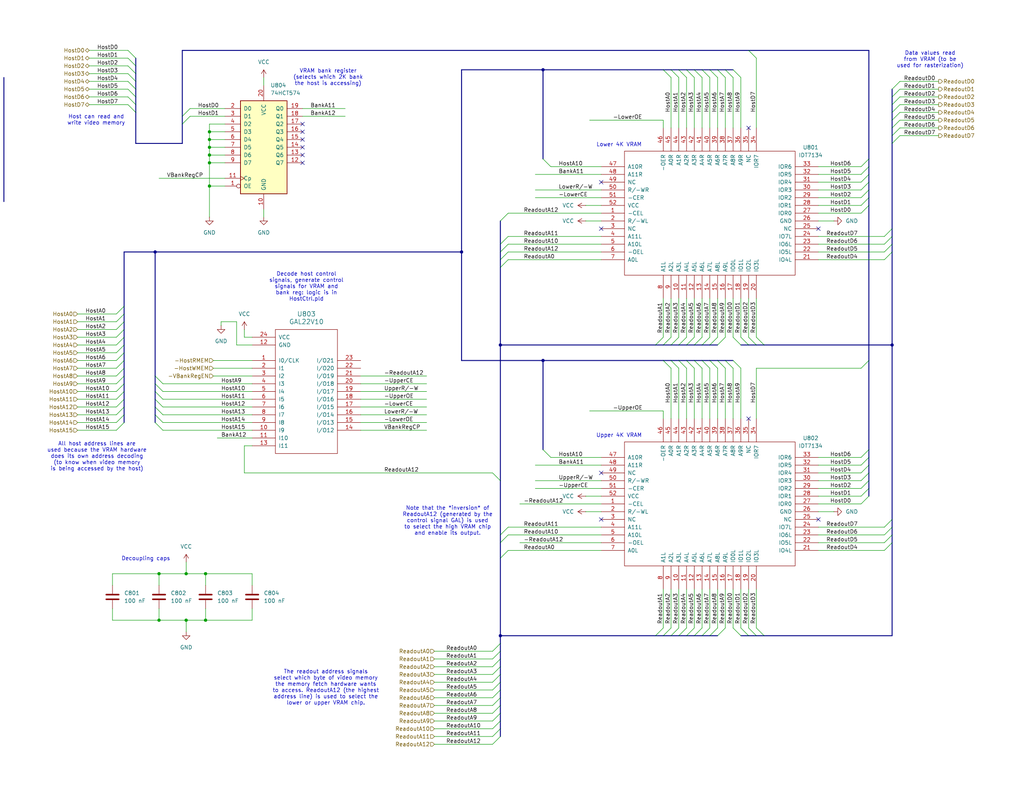
<source format=kicad_sch>
(kicad_sch (version 20231120) (generator "eeschema") (generator_version "8.0")
  (paper "User" 335.28 259.08)
  (title_block (title "VRAM") (company "daveho hacks"))
  (lib_symbols
    (symbol "74xx:74LS574" (pin_names (offset 1.016))
      (property "Reference" "U" (at -7.62 16.51 0))
      (property "Value" "74LS574" (at -7.62 -16.51 0))
      (symbol "74LS574_1_0"
        (pin input inverted (at -12.7 -12.7 0) (length 5.08) (name "OE") (number "1"))
        (pin power_in line (at 0 -20.32 90) (length 5.08) (name "GND") (number "10"))
        (pin input clock (at -12.7 -10.16 0) (length 5.08) (name "Cp") (number "11"))
        (pin tri_state line (at 12.7 -5.08 180) (length 5.08) (name "Q7") (number "12"))
        (pin tri_state line (at 12.7 -2.54 180) (length 5.08) (name "Q6") (number "13"))
        (pin tri_state line (at 12.7 0 180) (length 5.08) (name "Q5") (number "14"))
        (pin tri_state line (at 12.7 2.54 180) (length 5.08) (name "Q4") (number "15"))
        (pin tri_state line (at 12.7 5.08 180) (length 5.08) (name "Q3") (number "16"))
        (pin tri_state line (at 12.7 7.62 180) (length 5.08) (name "Q2") (number "17"))
        (pin tri_state line (at 12.7 10.16 180) (length 5.08) (name "Q1") (number "18"))
        (pin tri_state line (at 12.7 12.7 180) (length 5.08) (name "Q0") (number "19"))
        (pin input line (at -12.7 12.7 0) (length 5.08) (name "D0") (number "2"))
        (pin power_in line (at 0 20.32 270) (length 5.08) (name "VCC") (number "20"))
        (pin input line (at -12.7 10.16 0) (length 5.08) (name "D1") (number "3"))
        (pin input line (at -12.7 7.62 0) (length 5.08) (name "D2") (number "4"))
        (pin input line (at -12.7 5.08 0) (length 5.08) (name "D3") (number "5"))
        (pin input line (at -12.7 2.54 0) (length 5.08) (name "D4") (number "6"))
        (pin input line (at -12.7 0 0) (length 5.08) (name "D5") (number "7"))
        (pin input line (at -12.7 -2.54 0) (length 5.08) (name "D6") (number "8"))
        (pin input line (at -12.7 -5.08 0) (length 5.08) (name "D7") (number "9"))
      )
      (symbol "74LS574_1_1"
        (rectangle (start -7.62 15.24) (end 7.62 -15.24) (stroke (width 0.254)) (fill (type background)))
      )
    )
    (symbol "Device:C" (pin_numbers hide) (pin_names (offset 0.254))
      (property "Reference" "C" (at 0.635 2.54 0))
      (property "Value" "C" (at 0.635 -2.54 0))
      (symbol "C_0_1"
        (polyline (pts (xy -2.032 -0.762) (xy 2.032 -0.762)) (stroke (width 0.508)))
        (polyline (pts (xy -2.032 0.762) (xy 2.032 0.762)) (stroke (width 0.508)))
      )
      (symbol "C_1_1"
        (pin passive line (at 0 3.81 270) (length 2.794) (name "~") (number "1"))
        (pin passive line (at 0 -3.81 90) (length 2.794) (name "~") (number "2"))
      )
    )
    (symbol "GND_1" (power) (pin_numbers hide) (pin_names (offset 0) hide)
      (property "Value" "GND" (at 0 -3.81 0))
      (symbol "GND_1_0_1"
        (polyline (pts (xy 0 0) (xy 0 -1.27) (xy 1.27 -1.27) (xy 0 -2.54) (xy -1.27 -1.27) (xy 0 -1.27)))
      )
      (symbol "GND_1_1_1"
        (pin power_in line (at 0 0 270) (length 0) (name "~") (number "1"))
      )
    )
    (symbol "IDT7134:IDT7134" (pin_names (offset 1.016))
      (property "Reference" "U" (at 0 -2.54 0))
      (property "Value" "IDT7134" (at 0 2.54 0))
      (symbol "IDT7134_1_0"
        (rectangle (start -27.94 -20.32) (end 27.94 20.32))
      )
      (symbol "IDT7134_1_1"
        (pin input line (at -35.56 0 0) (length 7.62) (name "-CEL") (number "1"))
        (pin input line (at -10.16 -27.94 90) (length 7.62) (name "A3L") (number "10"))
        (pin input line (at -7.62 -27.94 90) (length 7.62) (name "A4L") (number "11"))
        (pin input line (at -5.08 -27.94 90) (length 7.62) (name "A5L") (number "12"))
        (pin input line (at -2.54 -27.94 90) (length 7.62) (name "A6L") (number "13"))
        (pin input line (at 0 -27.94 90) (length 7.62) (name "A7L") (number "14"))
        (pin input line (at 2.54 -27.94 90) (length 7.62) (name "A8L") (number "15"))
        (pin input line (at 5.08 -27.94 90) (length 7.62) (name "A9L") (number "16"))
        (pin bidirectional line (at 7.62 -27.94 90) (length 7.62) (name "IO0L") (number "17"))
        (pin bidirectional line (at 10.16 -27.94 90) (length 7.62) (name "IO1L") (number "18"))
        (pin bidirectional line (at 12.7 -27.94 90) (length 7.62) (name "IO2L") (number "19"))
        (pin input line (at -35.56 -2.54 0) (length 7.62) (name "R/-WL") (number "2"))
        (pin bidirectional line (at 15.24 -27.94 90) (length 7.62) (name "IO3L") (number "20"))
        (pin bidirectional line (at 35.56 -15.24 180) (length 7.62) (name "IO4L") (number "21"))
        (pin bidirectional line (at 35.56 -12.7 180) (length 7.62) (name "IO5L") (number "22"))
        (pin bidirectional line (at 35.56 -10.16 180) (length 7.62) (name "IO6L") (number "23"))
        (pin bidirectional line (at 35.56 -7.62 180) (length 7.62) (name "IO7L") (number "24"))
        (pin unspecified line (at 35.56 -5.08 180) (length 7.62) (name "NC") (number "25"))
        (pin power_in line (at 35.56 -2.54 180) (length 7.62) (name "GND") (number "26"))
        (pin bidirectional line (at 35.56 0 180) (length 7.62) (name "IOR0") (number "27"))
        (pin bidirectional line (at 35.56 2.54 180) (length 7.62) (name "IOR1") (number "28"))
        (pin bidirectional line (at 35.56 5.08 180) (length 7.62) (name "IOR2") (number "29"))
        (pin unspecified line (at -35.56 -5.08 0) (length 7.62) (name "NC") (number "3"))
        (pin bidirectional line (at 35.56 7.62 180) (length 7.62) (name "IOR3") (number "30"))
        (pin bidirectional line (at 35.56 10.16 180) (length 7.62) (name "IOR4") (number "31"))
        (pin bidirectional line (at 35.56 12.7 180) (length 7.62) (name "IOR5") (number "32"))
        (pin bidirectional line (at 35.56 15.24 180) (length 7.62) (name "IOR6") (number "33"))
        (pin bidirectional line (at 15.24 27.94 270) (length 7.62) (name "IOR7") (number "34"))
        (pin unspecified line (at 12.7 27.94 270) (length 7.62) (name "NC") (number "35"))
        (pin input line (at 10.16 27.94 270) (length 7.62) (name "A9R") (number "36"))
        (pin input line (at 7.62 27.94 270) (length 7.62) (name "A8R") (number "37"))
        (pin input line (at 5.08 27.94 270) (length 7.62) (name "A7R") (number "38"))
        (pin input line (at 2.54 27.94 270) (length 7.62) (name "A6R") (number "39"))
        (pin input line (at -35.56 -7.62 0) (length 7.62) (name "A11L") (number "4"))
        (pin input line (at 0 27.94 270) (length 7.62) (name "A5R") (number "40"))
        (pin input line (at -2.54 27.94 270) (length 7.62) (name "A4R") (number "41"))
        (pin input line (at -5.08 27.94 270) (length 7.62) (name "A3R") (number "42"))
        (pin input line (at -7.62 27.94 270) (length 7.62) (name "A2R") (number "43"))
        (pin input line (at -10.16 27.94 270) (length 7.62) (name "A1R") (number "44"))
        (pin input line (at -12.7 27.94 270) (length 7.62) (name "A0R") (number "45"))
        (pin input line (at -15.24 27.94 270) (length 7.62) (name "-OER") (number "46"))
        (pin input line (at -35.56 15.24 0) (length 7.62) (name "A10R") (number "47"))
        (pin input line (at -35.56 12.7 0) (length 7.62) (name "A11R") (number "48"))
        (pin unspecified line (at -35.56 10.16 0) (length 7.62) (name "NC") (number "49"))
        (pin input line (at -35.56 -10.16 0) (length 7.62) (name "A10L") (number "5"))
        (pin input line (at -35.56 7.62 0) (length 7.62) (name "R/-WR") (number "50"))
        (pin input line (at -35.56 5.08 0) (length 7.62) (name "-CER") (number "51"))
        (pin power_in line (at -35.56 2.54 0) (length 7.62) (name "VCC") (number "52"))
        (pin input line (at -35.56 -12.7 0) (length 7.62) (name "-OEL") (number "6"))
        (pin input line (at -35.56 -15.24 0) (length 7.62) (name "A0L") (number "7"))
        (pin input line (at -15.24 -27.94 90) (length 7.62) (name "A1L") (number "8"))
        (pin input line (at -12.7 -27.94 90) (length 7.62) (name "A2L") (number "9"))
      )
    )
    (symbol "VCC_1" (power) (pin_numbers hide) (pin_names (offset 0) hide)
      (property "Value" "VCC" (at 0 3.556 0))
      (symbol "VCC_1_0_1"
        (polyline (pts (xy -0.762 1.27) (xy 0 2.54)))
        (polyline (pts (xy 0 0) (xy 0 2.54)))
        (polyline (pts (xy 0 2.54) (xy 0.762 1.27)))
      )
      (symbol "VCC_1_1_1"
        (pin power_in line (at 0 0 90) (length 0) (name "~") (number "1"))
      )
    )
    (symbol "power:GND" (power) (pin_numbers hide) (pin_names (offset 0) hide)
      (property "Value" "GND" (at 0 -3.81 0))
      (symbol "GND_0_1"
        (polyline (pts (xy 0 0) (xy 0 -1.27) (xy 1.27 -1.27) (xy 0 -2.54) (xy -1.27 -1.27) (xy 0 -1.27)))
      )
      (symbol "GND_1_1"
        (pin power_in line (at 0 0 270) (length 0) (name "~") (number "1"))
      )
    )
    (symbol "power:VCC" (power) (pin_numbers hide) (pin_names (offset 0) hide)
      (property "Value" "VCC" (at 0 3.556 0))
      (symbol "VCC_0_1"
        (polyline (pts (xy -0.762 1.27) (xy 0 2.54)))
        (polyline (pts (xy 0 0) (xy 0 2.54)))
        (polyline (pts (xy 0 2.54) (xy 0.762 1.27)))
      )
      (symbol "VCC_1_1"
        (pin power_in line (at 0 0 90) (length 0) (name "~") (number "1"))
      )
    )
    (symbol "ya68k:GAL22V10" (pin_names (offset 1.016))
      (property "Reference" "U" (at -1.27 20.32 0))
      (property "Value" "GAL22V10" (at 0 -24.13 0))
      (symbol "GAL22V10_0_1"
        (rectangle (start -10.16 19.05) (end 10.16 -21.59))
      )
      (symbol "GAL22V10_1_1"
        (pin input line (at -17.78 8.89 0) (length 7.62) (name "I0/CLK") (number "1"))
        (pin input line (at -17.78 -13.97 0) (length 7.62) (name "I9") (number "10"))
        (pin input line (at -17.78 -16.51 0) (length 7.62) (name "I10") (number "11"))
        (pin power_in line (at -17.78 13.97 0) (length 7.62) (name "GND") (number "12"))
        (pin input line (at -17.78 -19.05 0) (length 7.62) (name "I11") (number "13"))
        (pin bidirectional line (at 17.78 -13.97 180) (length 7.62) (name "I/O12") (number "14"))
        (pin bidirectional line (at 17.78 -11.43 180) (length 7.62) (name "I/O13") (number "15"))
        (pin bidirectional line (at 17.78 -8.89 180) (length 7.62) (name "I/O14") (number "16"))
        (pin bidirectional line (at 17.78 -6.35 180) (length 7.62) (name "I/O15") (number "17"))
        (pin bidirectional line (at 17.78 -3.81 180) (length 7.62) (name "I/O16") (number "18"))
        (pin bidirectional line (at 17.78 -1.27 180) (length 7.62) (name "I/O17") (number "19"))
        (pin input line (at -17.78 6.35 0) (length 7.62) (name "I1") (number "2"))
        (pin bidirectional line (at 17.78 1.27 180) (length 7.62) (name "I/O18") (number "20"))
        (pin bidirectional line (at 17.78 3.81 180) (length 7.62) (name "I/O19") (number "21"))
        (pin bidirectional line (at 17.78 6.35 180) (length 7.62) (name "I/O20") (number "22"))
        (pin bidirectional line (at 17.78 8.89 180) (length 7.62) (name "I/O21") (number "23"))
        (pin power_in line (at -17.78 16.51 0) (length 7.62) (name "VCC") (number "24"))
        (pin input line (at -17.78 3.81 0) (length 7.62) (name "I2") (number "3"))
        (pin input line (at -17.78 1.27 0) (length 7.62) (name "I3") (number "4"))
        (pin input line (at -17.78 -1.27 0) (length 7.62) (name "I4") (number "5"))
        (pin input line (at -17.78 -3.81 0) (length 7.62) (name "I5") (number "6"))
        (pin input line (at -17.78 -6.35 0) (length 7.62) (name "I6") (number "7"))
        (pin input line (at -17.78 -8.89 0) (length 7.62) (name "I7") (number "8"))
        (pin input line (at -17.78 -11.43 0) (length 7.62) (name "I8") (number "9"))
      )
    )
  )
  (junction (at 177.8 22.86))
  (junction (at 52.07 203.2))
  (junction (at 68.58 53.34))
  (junction (at 52.07 187.96))
  (junction (at 68.58 48.26))
  (junction (at 67.31 203.2))
  (junction (at 60.96 203.2))
  (junction (at 163.83 208.28))
  (junction (at 151.13 82.55))
  (junction (at 68.58 60.96))
  (junction (at 50.8 82.55))
  (junction (at 68.58 50.8))
  (junction (at 68.58 43.18))
  (junction (at 177.8 118.11))
  (junction (at 60.96 187.96))
  (junction (at 292.1 113.03))
  (junction (at 68.58 45.72))
  (junction (at 163.83 113.03))
  (junction (at 67.31 187.96))
  (no_connect (at 196.85 170.18))
  (no_connect (at 99.06 48.26))
  (no_connect (at 99.06 50.8))
  (no_connect (at 267.97 170.18))
  (no_connect (at 99.06 40.64))
  (no_connect (at 245.11 41.91))
  (no_connect (at 99.06 43.18))
  (no_connect (at 99.06 53.34))
  (no_connect (at 196.85 74.93))
  (no_connect (at 245.11 137.16))
  (no_connect (at 196.85 154.94))
  (no_connect (at 99.06 45.72))
  (no_connect (at 196.85 59.69))
  (no_connect (at 267.97 74.93))
  (bus_entry (at 50.8 133.35) (size 2.54 2.54))
  (bus_entry (at 229.87 208.28) (size 2.54 -2.54))
  (bus_entry (at 234.95 22.86) (size 2.54 2.54))
  (bus_entry (at 281.94 157.48) (size 2.54 -2.54))
  (bus_entry (at 38.1 133.35) (size 2.54 -2.54))
  (bus_entry (at 237.49 22.86) (size 2.54 2.54))
  (bus_entry (at 163.83 182.88) (size 2.54 -2.54))
  (bus_entry (at 237.49 118.11) (size 2.54 2.54))
  (bus_entry (at 292.1 36.83) (size 2.54 -2.54))
  (bus_entry (at 217.17 118.11) (size 2.54 2.54))
  (bus_entry (at 163.83 87.63) (size 2.54 -2.54))
  (bus_entry (at 217.17 22.86) (size 2.54 2.54))
  (bus_entry (at 161.29 213.36) (size 2.54 -2.54))
  (bus_entry (at 163.83 82.55) (size 2.54 -2.54))
  (bus_entry (at 289.56 177.8) (size 2.54 -2.54))
  (bus_entry (at 38.1 107.95) (size 2.54 -2.54))
  (bus_entry (at 161.29 233.68) (size 2.54 -2.54))
  (bus_entry (at 245.11 110.49) (size 2.54 2.54))
  (bus_entry (at 50.8 138.43) (size 2.54 2.54))
  (bus_entry (at 292.1 46.99) (size 2.54 -2.54))
  (bus_entry (at 59.69 40.64) (size 2.54 -2.54))
  (bus_entry (at 292.1 34.29) (size 2.54 -2.54))
  (bus_entry (at 224.79 118.11) (size 2.54 2.54))
  (bus_entry (at 292.1 44.45) (size 2.54 -2.54))
  (bus_entry (at 281.94 154.94) (size 2.54 -2.54))
  (bus_entry (at 229.87 113.03) (size 2.54 -2.54))
  (bus_entry (at 289.56 172.72) (size 2.54 -2.54))
  (bus_entry (at 227.33 22.86) (size 2.54 2.54))
  (bus_entry (at 281.94 69.85) (size 2.54 -2.54))
  (bus_entry (at 219.71 113.03) (size 2.54 -2.54))
  (bus_entry (at 214.63 208.28) (size 2.54 -2.54))
  (bus_entry (at 227.33 208.28) (size 2.54 -2.54))
  (bus_entry (at 50.8 130.81) (size 2.54 2.54))
  (bus_entry (at 222.25 113.03) (size 2.54 -2.54))
  (bus_entry (at 38.1 138.43) (size 2.54 -2.54))
  (bus_entry (at 281.94 152.4) (size 2.54 -2.54))
  (bus_entry (at 38.1 113.03) (size 2.54 -2.54))
  (bus_entry (at 38.1 105.41) (size 2.54 -2.54))
  (bus_entry (at 38.1 128.27) (size 2.54 -2.54))
  (bus_entry (at 161.29 238.76) (size 2.54 -2.54))
  (bus_entry (at 177.8 147.32) (size 2.54 2.54))
  (bus_entry (at 222.25 118.11) (size 2.54 2.54))
  (bus_entry (at 281.94 149.86) (size 2.54 -2.54))
  (bus_entry (at 229.87 22.86) (size 2.54 2.54))
  (bus_entry (at 281.94 62.23) (size 2.54 -2.54))
  (bus_entry (at 217.17 113.03) (size 2.54 -2.54))
  (bus_entry (at 163.83 80.01) (size 2.54 -2.54))
  (bus_entry (at 161.29 231.14) (size 2.54 -2.54))
  (bus_entry (at 38.1 110.49) (size 2.54 -2.54))
  (bus_entry (at 161.29 223.52) (size 2.54 -2.54))
  (bus_entry (at 292.1 41.91) (size 2.54 -2.54))
  (bus_entry (at 232.41 113.03) (size 2.54 -2.54))
  (bus_entry (at 247.65 110.49) (size 2.54 2.54))
  (bus_entry (at 289.56 180.34) (size 2.54 -2.54))
  (bus_entry (at 289.56 85.09) (size 2.54 -2.54))
  (bus_entry (at 224.79 113.03) (size 2.54 -2.54))
  (bus_entry (at 234.95 208.28) (size 2.54 -2.54))
  (bus_entry (at 292.1 31.75) (size 2.54 -2.54))
  (bus_entry (at 232.41 118.11) (size 2.54 2.54))
  (bus_entry (at 41.91 24.13) (size 2.54 2.54))
  (bus_entry (at 240.03 22.86) (size 2.54 2.54))
  (bus_entry (at 50.8 135.89) (size 2.54 2.54))
  (bus_entry (at 222.25 208.28) (size 2.54 -2.54))
  (bus_entry (at 177.8 52.07) (size 2.54 2.54))
  (bus_entry (at 161.29 243.84) (size 2.54 -2.54))
  (bus_entry (at 245.11 16.51) (size 2.54 2.54))
  (bus_entry (at 41.91 31.75) (size 2.54 2.54))
  (bus_entry (at 161.29 154.94) (size 2.54 2.54))
  (bus_entry (at 247.65 205.74) (size 2.54 2.54))
  (bus_entry (at 289.56 175.26) (size 2.54 -2.54))
  (bus_entry (at 161.29 241.3) (size 2.54 -2.54))
  (bus_entry (at 41.91 29.21) (size 2.54 2.54))
  (bus_entry (at 38.1 118.11) (size 2.54 -2.54))
  (bus_entry (at 38.1 135.89) (size 2.54 -2.54))
  (bus_entry (at 234.95 118.11) (size 2.54 2.54))
  (bus_entry (at 163.83 85.09) (size 2.54 -2.54))
  (bus_entry (at 242.57 205.74) (size 2.54 2.54))
  (bus_entry (at 232.41 208.28) (size 2.54 -2.54))
  (bus_entry (at 219.71 118.11) (size 2.54 2.54))
  (bus_entry (at 41.91 34.29) (size 2.54 2.54))
  (bus_entry (at 240.03 118.11) (size 2.54 2.54))
  (bus_entry (at 41.91 21.59) (size 2.54 2.54))
  (bus_entry (at 281.94 162.56) (size 2.54 -2.54))
  (bus_entry (at 224.79 22.86) (size 2.54 2.54))
  (bus_entry (at 240.03 110.49) (size 2.54 2.54))
  (bus_entry (at 227.33 118.11) (size 2.54 2.54))
  (bus_entry (at 41.91 26.67) (size 2.54 2.54))
  (bus_entry (at 38.1 115.57) (size 2.54 -2.54))
  (bus_entry (at 50.8 125.73) (size 2.54 2.54))
  (bus_entry (at 281.94 67.31) (size 2.54 -2.54))
  (bus_entry (at 214.63 113.03) (size 2.54 -2.54))
  (bus_entry (at 229.87 118.11) (size 2.54 2.54))
  (bus_entry (at 289.56 80.01) (size 2.54 -2.54))
  (bus_entry (at 38.1 125.73) (size 2.54 -2.54))
  (bus_entry (at 292.1 39.37) (size 2.54 -2.54))
  (bus_entry (at 224.79 208.28) (size 2.54 -2.54))
  (bus_entry (at 38.1 140.97) (size 2.54 -2.54))
  (bus_entry (at 281.94 160.02) (size 2.54 -2.54))
  (bus_entry (at 163.83 177.8) (size 2.54 -2.54))
  (bus_entry (at 161.29 226.06) (size 2.54 -2.54))
  (bus_entry (at 281.94 57.15) (size 2.54 -2.54))
  (bus_entry (at 289.56 77.47) (size 2.54 -2.54))
  (bus_entry (at 38.1 120.65) (size 2.54 -2.54))
  (bus_entry (at 234.95 113.03) (size 2.54 -2.54))
  (bus_entry (at 219.71 22.86) (size 2.54 2.54))
  (bus_entry (at 161.29 236.22) (size 2.54 -2.54))
  (bus_entry (at 50.8 123.19) (size 2.54 2.54))
  (bus_entry (at 289.56 82.55) (size 2.54 -2.54))
  (bus_entry (at 281.94 54.61) (size 2.54 -2.54))
  (bus_entry (at 281.94 59.69) (size 2.54 -2.54))
  (bus_entry (at 240.03 205.74) (size 2.54 2.54))
  (bus_entry (at 161.29 215.9) (size 2.54 -2.54))
  (bus_entry (at 38.1 130.81) (size 2.54 -2.54))
  (bus_entry (at 227.33 113.03) (size 2.54 -2.54))
  (bus_entry (at 219.71 208.28) (size 2.54 -2.54))
  (bus_entry (at 163.83 72.39) (size 2.54 -2.54))
  (bus_entry (at 163.83 175.26) (size 2.54 -2.54))
  (bus_entry (at 161.29 220.98) (size 2.54 -2.54))
  (bus_entry (at 38.1 123.19) (size 2.54 -2.54))
  (bus_entry (at 217.17 208.28) (size 2.54 -2.54))
  (bus_entry (at 245.11 205.74) (size 2.54 2.54))
  (bus_entry (at 281.94 64.77) (size 2.54 -2.54))
  (bus_entry (at 242.57 110.49) (size 2.54 2.54))
  (bus_entry (at 232.41 22.86) (size 2.54 2.54))
  (bus_entry (at 161.29 218.44) (size 2.54 -2.54))
  (bus_entry (at 281.94 120.65) (size 2.54 -2.54))
  (bus_entry (at 50.8 128.27) (size 2.54 2.54))
  (bus_entry (at 161.29 228.6) (size 2.54 -2.54))
  (bus_entry (at 59.69 38.1) (size 2.54 -2.54))
  (bus_entry (at 281.94 165.1) (size 2.54 -2.54))
  (bus_entry (at 38.1 102.87) (size 2.54 -2.54))
  (bus_entry (at 222.25 22.86) (size 2.54 2.54))
  (bus_entry (at 41.91 19.05) (size 2.54 2.54))
  (bus_entry (at 292.1 29.21) (size 2.54 -2.54))
  (bus_entry (at 41.91 16.51) (size 2.54 2.54))
  (bus (pts (xy 163.83 236.22) (xy 163.83 238.76)))
  (wire (pts (xy 52.07 187.96) (xy 60.96 187.96)))
  (wire (pts (xy 237.49 137.16) (xy 237.49 120.65)))
  (wire (pts (xy 247.65 205.74) (xy 247.65 193.04)))
  (bus (pts (xy 250.19 113.03) (xy 292.1 113.03)))
  (wire (pts (xy 237.49 41.91) (xy 237.49 25.4)))
  (bus (pts (xy 40.64 135.89) (xy 40.64 133.35)))
  (bus (pts (xy 284.48 54.61) (xy 284.48 57.15)))
  (wire (pts (xy 267.97 172.72) (xy 289.56 172.72)))
  (wire (pts (xy 60.96 184.15) (xy 60.96 187.96)))
  (wire (pts (xy 219.71 205.74) (xy 219.71 193.04)))
  (bus (pts (xy 177.8 52.07) (xy 177.8 22.86)))
  (wire (pts (xy 142.24 243.84) (xy 161.29 243.84)))
  (wire (pts (xy 240.03 205.74) (xy 240.03 193.04)))
  (wire (pts (xy 267.97 162.56) (xy 281.94 162.56)))
  (bus (pts (xy 284.48 16.51) (xy 284.48 52.07)))
  (bus (pts (xy 219.71 208.28) (xy 222.25 208.28)))
  (bus (pts (xy 284.48 157.48) (xy 284.48 160.02)))
  (bus (pts (xy 177.8 147.32) (xy 177.8 118.11)))
  (wire (pts (xy 267.97 177.8) (xy 289.56 177.8)))
  (bus (pts (xy 40.64 110.49) (xy 40.64 107.95)))
  (wire (pts (xy 80.01 107.95) (xy 80.01 110.49)))
  (bus (pts (xy 292.1 41.91) (xy 292.1 44.45)))
  (wire (pts (xy 86.36 68.58) (xy 86.36 71.12)))
  (wire (pts (xy 142.24 220.98) (xy 161.29 220.98)))
  (bus (pts (xy 232.41 113.03) (xy 234.95 113.03)))
  (wire (pts (xy 224.79 110.49) (xy 224.79 97.79)))
  (wire (pts (xy 142.24 226.06) (xy 161.29 226.06)))
  (wire (pts (xy 60.96 203.2) (xy 60.96 207.01)))
  (wire (pts (xy 267.97 149.86) (xy 281.94 149.86)))
  (bus (pts (xy 50.8 82.55) (xy 50.8 123.19)))
  (wire (pts (xy 52.07 187.96) (xy 52.07 191.77)))
  (wire (pts (xy 267.97 69.85) (xy 281.94 69.85)))
  (wire (pts (xy 217.17 205.74) (xy 217.17 193.04)))
  (wire (pts (xy 175.26 62.23) (xy 196.85 62.23)))
  (bus (pts (xy 163.83 220.98) (xy 163.83 223.52)))
  (wire (pts (xy 68.58 40.64) (xy 68.58 43.18)))
  (wire (pts (xy 142.24 238.76) (xy 161.29 238.76)))
  (wire (pts (xy 86.36 25.4) (xy 86.36 27.94)))
  (bus (pts (xy 44.45 26.67) (xy 44.45 29.21)))
  (wire (pts (xy 25.4 120.65) (xy 38.1 120.65)))
  (wire (pts (xy 234.95 137.16) (xy 234.95 120.65)))
  (wire (pts (xy 80.01 154.94) (xy 161.29 154.94)))
  (wire (pts (xy 25.4 130.81) (xy 38.1 130.81)))
  (wire (pts (xy 229.87 205.74) (xy 229.87 193.04)))
  (wire (pts (xy 118.11 130.81) (xy 139.7 130.81)))
  (bus (pts (xy 163.83 213.36) (xy 163.83 215.9)))
  (bus (pts (xy 44.45 46.99) (xy 59.69 46.99)))
  (bus (pts (xy 40.64 100.33) (xy 40.64 82.55)))
  (bus (pts (xy 232.41 118.11) (xy 234.95 118.11)))
  (bus (pts (xy 227.33 208.28) (xy 229.87 208.28)))
  (wire (pts (xy 222.25 41.91) (xy 222.25 25.4)))
  (bus (pts (xy 284.48 52.07) (xy 284.48 54.61)))
  (wire (pts (xy 166.37 77.47) (xy 196.85 77.47)))
  (wire (pts (xy 25.4 113.03) (xy 38.1 113.03)))
  (bus (pts (xy 245.11 113.03) (xy 247.65 113.03)))
  (wire (pts (xy 224.79 41.91) (xy 224.79 25.4)))
  (bus (pts (xy 163.83 85.09) (xy 163.83 87.63)))
  (wire (pts (xy 25.4 123.19) (xy 38.1 123.19)))
  (wire (pts (xy 219.71 41.91) (xy 219.71 25.4)))
  (bus (pts (xy 163.83 228.6) (xy 163.83 231.14)))
  (bus (pts (xy 59.69 16.51) (xy 245.11 16.51)))
  (wire (pts (xy 294.64 29.21) (xy 307.34 29.21)))
  (wire (pts (xy 118.11 123.19) (xy 139.7 123.19)))
  (wire (pts (xy 267.97 80.01) (xy 289.56 80.01)))
  (bus (pts (xy 40.64 123.19) (xy 40.64 120.65)))
  (bus (pts (xy 292.1 82.55) (xy 292.1 113.03)))
  (wire (pts (xy 175.26 157.48) (xy 196.85 157.48)))
  (bus (pts (xy 292.1 39.37) (xy 292.1 41.91)))
  (wire (pts (xy 222.25 110.49) (xy 222.25 97.79)))
  (wire (pts (xy 25.4 135.89) (xy 38.1 135.89)))
  (wire (pts (xy 68.58 45.72) (xy 73.66 45.72)))
  (wire (pts (xy 29.21 31.75) (xy 41.91 31.75)))
  (bus (pts (xy 292.1 36.83) (xy 292.1 39.37)))
  (bus (pts (xy 163.83 238.76) (xy 163.83 241.3)))
  (wire (pts (xy 267.97 59.69) (xy 281.94 59.69)))
  (wire (pts (xy 82.55 203.2) (xy 82.55 199.39)))
  (wire (pts (xy 118.11 135.89) (xy 139.7 135.89)))
  (wire (pts (xy 191.77 167.64) (xy 196.85 167.64)))
  (wire (pts (xy 29.21 29.21) (xy 41.91 29.21)))
  (wire (pts (xy 180.34 149.86) (xy 196.85 149.86)))
  (bus (pts (xy 292.1 31.75) (xy 292.1 34.29)))
  (wire (pts (xy 25.4 140.97) (xy 38.1 140.97)))
  (wire (pts (xy 232.41 205.74) (xy 232.41 193.04)))
  (wire (pts (xy 222.25 137.16) (xy 222.25 120.65)))
  (bus (pts (xy 177.8 22.86) (xy 217.17 22.86)))
  (bus (pts (xy 232.41 22.86) (xy 234.95 22.86)))
  (wire (pts (xy 240.03 41.91) (xy 240.03 25.4)))
  (bus (pts (xy 163.83 113.03) (xy 163.83 157.48)))
  (wire (pts (xy 142.24 231.14) (xy 161.29 231.14)))
  (bus (pts (xy 50.8 130.81) (xy 50.8 133.35)))
  (wire (pts (xy 237.49 110.49) (xy 237.49 97.79)))
  (bus (pts (xy 50.8 128.27) (xy 50.8 130.81)))
  (wire (pts (xy 142.24 223.52) (xy 161.29 223.52)))
  (wire (pts (xy 25.4 102.87) (xy 38.1 102.87)))
  (wire (pts (xy 142.24 233.68) (xy 161.29 233.68)))
  (bus (pts (xy 227.33 118.11) (xy 229.87 118.11)))
  (bus (pts (xy 44.45 19.05) (xy 44.45 21.59)))
  (bus (pts (xy 284.48 152.4) (xy 284.48 154.94)))
  (wire (pts (xy 224.79 205.74) (xy 224.79 193.04)))
  (wire (pts (xy 142.24 215.9) (xy 161.29 215.9)))
  (wire (pts (xy 267.97 57.15) (xy 281.94 57.15)))
  (bus (pts (xy 59.69 40.64) (xy 59.69 46.99)))
  (wire (pts (xy 294.64 44.45) (xy 307.34 44.45)))
  (wire (pts (xy 29.21 34.29) (xy 41.91 34.29)))
  (wire (pts (xy 267.97 167.64) (xy 273.05 167.64)))
  (bus (pts (xy 222.25 22.86) (xy 224.79 22.86)))
  (bus (pts (xy 44.45 21.59) (xy 44.45 24.13)))
  (wire (pts (xy 267.97 62.23) (xy 281.94 62.23)))
  (bus (pts (xy 222.25 118.11) (xy 224.79 118.11)))
  (bus (pts (xy 40.64 125.73) (xy 40.64 123.19)))
  (wire (pts (xy 77.47 113.03) (xy 82.55 113.03)))
  (wire (pts (xy 62.23 35.56) (xy 73.66 35.56)))
  (bus (pts (xy 44.45 31.75) (xy 44.45 34.29)))
  (wire (pts (xy 240.03 137.16) (xy 240.03 120.65)))
  (bus (pts (xy 40.64 133.35) (xy 40.64 130.81)))
  (bus (pts (xy 224.79 118.11) (xy 227.33 118.11)))
  (wire (pts (xy 68.58 60.96) (xy 68.58 71.12)))
  (bus (pts (xy 284.48 59.69) (xy 284.48 62.23)))
  (bus (pts (xy 250.19 208.28) (xy 292.1 208.28)))
  (wire (pts (xy 191.77 162.56) (xy 196.85 162.56)))
  (wire (pts (xy 242.57 41.91) (xy 242.57 25.4)))
  (wire (pts (xy 294.64 39.37) (xy 307.34 39.37)))
  (wire (pts (xy 25.4 133.35) (xy 38.1 133.35)))
  (bus (pts (xy 229.87 118.11) (xy 232.41 118.11)))
  (wire (pts (xy 234.95 205.74) (xy 234.95 193.04)))
  (bus (pts (xy 40.64 120.65) (xy 40.64 118.11)))
  (bus (pts (xy 292.1 46.99) (xy 292.1 74.93)))
  (wire (pts (xy 267.97 72.39) (xy 273.05 72.39)))
  (wire (pts (xy 60.96 187.96) (xy 67.31 187.96)))
  (wire (pts (xy 242.57 110.49) (xy 242.57 97.79)))
  (bus (pts (xy 292.1 170.18) (xy 292.1 172.72)))
  (bus (pts (xy 50.8 135.89) (xy 50.8 138.43)))
  (bus (pts (xy 40.64 113.03) (xy 40.64 110.49)))
  (bus (pts (xy 234.95 22.86) (xy 237.49 22.86)))
  (wire (pts (xy 53.34 130.81) (xy 82.55 130.81)))
  (wire (pts (xy 53.34 135.89) (xy 82.55 135.89)))
  (wire (pts (xy 62.23 38.1) (xy 73.66 38.1)))
  (wire (pts (xy 80.01 146.05) (xy 80.01 154.94)))
  (bus (pts (xy 151.13 82.55) (xy 151.13 22.86)))
  (wire (pts (xy 29.21 26.67) (xy 41.91 26.67)))
  (wire (pts (xy 193.04 134.62) (xy 217.17 134.62)))
  (wire (pts (xy 166.37 175.26) (xy 196.85 175.26)))
  (wire (pts (xy 237.49 205.74) (xy 237.49 193.04)))
  (wire (pts (xy 53.34 138.43) (xy 82.55 138.43)))
  (wire (pts (xy 247.65 19.05) (xy 247.65 41.91)))
  (bus (pts (xy 224.79 22.86) (xy 227.33 22.86)))
  (wire (pts (xy 67.31 187.96) (xy 82.55 187.96)))
  (wire (pts (xy 267.97 154.94) (xy 281.94 154.94)))
  (wire (pts (xy 29.21 24.13) (xy 41.91 24.13)))
  (wire (pts (xy 68.58 48.26) (xy 68.58 50.8)))
  (wire (pts (xy 166.37 69.85) (xy 196.85 69.85)))
  (wire (pts (xy 36.83 203.2) (xy 52.07 203.2)))
  (wire (pts (xy 227.33 41.91) (xy 227.33 25.4)))
  (bus (pts (xy 222.25 113.03) (xy 224.79 113.03)))
  (bus (pts (xy 237.49 22.86) (xy 240.03 22.86)))
  (wire (pts (xy 68.58 53.34) (xy 68.58 60.96)))
  (bus (pts (xy 40.64 118.11) (xy 40.64 115.57)))
  (wire (pts (xy 25.4 125.73) (xy 38.1 125.73)))
  (wire (pts (xy 247.65 110.49) (xy 247.65 97.79)))
  (bus (pts (xy 217.17 118.11) (xy 219.71 118.11)))
  (bus (pts (xy 229.87 113.03) (xy 232.41 113.03)))
  (wire (pts (xy 267.97 160.02) (xy 281.94 160.02)))
  (wire (pts (xy 53.34 133.35) (xy 82.55 133.35)))
  (wire (pts (xy 25.4 138.43) (xy 38.1 138.43)))
  (wire (pts (xy 229.87 41.91) (xy 229.87 25.4)))
  (wire (pts (xy 82.55 187.96) (xy 82.55 191.77)))
  (wire (pts (xy 267.97 54.61) (xy 281.94 54.61)))
  (wire (pts (xy 53.34 125.73) (xy 82.55 125.73)))
  (wire (pts (xy 242.57 205.74) (xy 242.57 193.04)))
  (wire (pts (xy 166.37 82.55) (xy 196.85 82.55)))
  (bus (pts (xy 59.69 38.1) (xy 59.69 16.51)))
  (wire (pts (xy 180.34 54.61) (xy 196.85 54.61)))
  (wire (pts (xy 242.57 137.16) (xy 242.57 120.65)))
  (wire (pts (xy 118.11 140.97) (xy 139.7 140.97)))
  (wire (pts (xy 29.21 16.51) (xy 41.91 16.51)))
  (bus (pts (xy 50.8 82.55) (xy 151.13 82.55)))
  (bus (pts (xy 229.87 208.28) (xy 232.41 208.28)))
  (wire (pts (xy 267.97 152.4) (xy 281.94 152.4)))
  (wire (pts (xy 69.85 120.65) (xy 82.55 120.65)))
  (wire (pts (xy 166.37 172.72) (xy 196.85 172.72)))
  (bus (pts (xy 292.1 34.29) (xy 292.1 36.83)))
  (wire (pts (xy 170.18 177.8) (xy 196.85 177.8)))
  (wire (pts (xy 267.97 82.55) (xy 289.56 82.55)))
  (wire (pts (xy 118.11 138.43) (xy 139.7 138.43)))
  (bus (pts (xy 292.1 113.03) (xy 292.1 170.18)))
  (bus (pts (xy 163.83 233.68) (xy 163.83 236.22)))
  (wire (pts (xy 29.21 21.59) (xy 41.91 21.59)))
  (wire (pts (xy 267.97 165.1) (xy 281.94 165.1)))
  (wire (pts (xy 217.17 110.49) (xy 217.17 97.79)))
  (wire (pts (xy 73.66 60.96) (xy 68.58 60.96)))
  (bus (pts (xy 237.49 118.11) (xy 240.03 118.11)))
  (wire (pts (xy 219.71 137.16) (xy 219.71 120.65)))
  (bus (pts (xy 163.83 157.48) (xy 163.83 175.26)))
  (wire (pts (xy 68.58 48.26) (xy 73.66 48.26)))
  (wire (pts (xy 142.24 241.3) (xy 161.29 241.3)))
  (bus (pts (xy 245.11 16.51) (xy 284.48 16.51)))
  (bus (pts (xy 234.95 118.11) (xy 237.49 118.11)))
  (bus (pts (xy 40.64 138.43) (xy 40.64 135.89)))
  (bus (pts (xy 40.64 82.55) (xy 50.8 82.55)))
  (bus (pts (xy 284.48 67.31) (xy 284.48 118.11)))
  (bus (pts (xy 40.64 128.27) (xy 40.64 125.73)))
  (wire (pts (xy 118.11 128.27) (xy 139.7 128.27)))
  (bus (pts (xy 284.48 154.94) (xy 284.48 157.48)))
  (wire (pts (xy 53.34 128.27) (xy 82.55 128.27)))
  (wire (pts (xy 53.34 140.97) (xy 82.55 140.97)))
  (bus (pts (xy 214.63 113.03) (xy 217.17 113.03)))
  (bus (pts (xy 219.71 118.11) (xy 222.25 118.11)))
  (bus (pts (xy 284.48 62.23) (xy 284.48 64.77)))
  (wire (pts (xy 267.97 175.26) (xy 289.56 175.26)))
  (wire (pts (xy 68.58 50.8) (xy 68.58 53.34)))
  (wire (pts (xy 170.18 165.1) (xy 196.85 165.1)))
  (bus (pts (xy 284.48 147.32) (xy 284.48 149.86)))
  (bus (pts (xy 284.48 57.15) (xy 284.48 59.69)))
  (bus (pts (xy 227.33 113.03) (xy 229.87 113.03)))
  (wire (pts (xy 222.25 205.74) (xy 222.25 193.04)))
  (bus (pts (xy 151.13 22.86) (xy 177.8 22.86)))
  (bus (pts (xy 227.33 22.86) (xy 229.87 22.86)))
  (bus (pts (xy 284.48 118.11) (xy 284.48 147.32)))
  (wire (pts (xy 68.58 50.8) (xy 73.66 50.8)))
  (bus (pts (xy 292.1 29.21) (xy 292.1 31.75)))
  (bus (pts (xy 229.87 22.86) (xy 232.41 22.86)))
  (bus (pts (xy 214.63 208.28) (xy 217.17 208.28)))
  (bus (pts (xy 163.83 87.63) (xy 163.83 113.03)))
  (wire (pts (xy 175.26 160.02) (xy 196.85 160.02)))
  (bus (pts (xy 163.83 177.8) (xy 163.83 182.88)))
  (wire (pts (xy 232.41 137.16) (xy 232.41 120.65)))
  (bus (pts (xy 247.65 208.28) (xy 250.19 208.28)))
  (bus (pts (xy 50.8 133.35) (xy 50.8 135.89)))
  (bus (pts (xy 163.83 80.01) (xy 163.83 82.55)))
  (bus (pts (xy 224.79 208.28) (xy 227.33 208.28)))
  (bus (pts (xy 40.64 105.41) (xy 40.64 102.87)))
  (bus (pts (xy 232.41 208.28) (xy 234.95 208.28)))
  (bus (pts (xy 292.1 44.45) (xy 292.1 46.99)))
  (wire (pts (xy 229.87 137.16) (xy 229.87 120.65)))
  (wire (pts (xy 142.24 236.22) (xy 161.29 236.22)))
  (bus (pts (xy 284.48 160.02) (xy 284.48 162.56)))
  (bus (pts (xy 217.17 113.03) (xy 219.71 113.03)))
  (wire (pts (xy 36.83 199.39) (xy 36.83 203.2)))
  (bus (pts (xy 292.1 80.01) (xy 292.1 82.55)))
  (wire (pts (xy 80.01 146.05) (xy 82.55 146.05)))
  (wire (pts (xy 294.64 34.29) (xy 307.34 34.29)))
  (bus (pts (xy 163.83 113.03) (xy 214.63 113.03)))
  (wire (pts (xy 191.77 72.39) (xy 196.85 72.39)))
  (bus (pts (xy 40.64 130.81) (xy 40.64 128.27)))
  (bus (pts (xy 219.71 22.86) (xy 222.25 22.86)))
  (wire (pts (xy 25.4 110.49) (xy 38.1 110.49)))
  (wire (pts (xy 99.06 38.1) (xy 113.03 38.1)))
  (bus (pts (xy 59.69 38.1) (xy 59.69 40.64)))
  (wire (pts (xy 77.47 105.41) (xy 72.39 105.41)))
  (bus (pts (xy 292.1 74.93) (xy 292.1 77.47)))
  (wire (pts (xy 232.41 110.49) (xy 232.41 97.79)))
  (bus (pts (xy 40.64 107.95) (xy 40.64 105.41)))
  (bus (pts (xy 163.83 223.52) (xy 163.83 226.06)))
  (wire (pts (xy 229.87 110.49) (xy 229.87 97.79)))
  (bus (pts (xy 224.79 113.03) (xy 227.33 113.03)))
  (bus (pts (xy 50.8 123.19) (xy 50.8 125.73)))
  (wire (pts (xy 247.65 137.16) (xy 247.65 120.65)))
  (wire (pts (xy 219.71 110.49) (xy 219.71 97.79)))
  (wire (pts (xy 60.96 203.2) (xy 67.31 203.2)))
  (wire (pts (xy 191.77 67.31) (xy 196.85 67.31)))
  (wire (pts (xy 267.97 64.77) (xy 281.94 64.77)))
  (wire (pts (xy 82.55 110.49) (xy 80.01 110.49)))
  (wire (pts (xy 240.03 110.49) (xy 240.03 97.79)))
  (wire (pts (xy 294.64 31.75) (xy 307.34 31.75)))
  (wire (pts (xy 68.58 43.18) (xy 68.58 45.72)))
  (bus (pts (xy 163.83 210.82) (xy 163.83 213.36)))
  (bus (pts (xy 242.57 113.03) (xy 245.11 113.03)))
  (bus (pts (xy 1.27 25.4) (xy 1.27 66.04)))
  (bus (pts (xy 292.1 175.26) (xy 292.1 177.8)))
  (bus (pts (xy 219.71 113.03) (xy 222.25 113.03)))
  (wire (pts (xy 224.79 137.16) (xy 224.79 120.65)))
  (bus (pts (xy 40.64 102.87) (xy 40.64 100.33)))
  (bus (pts (xy 217.17 208.28) (xy 219.71 208.28)))
  (bus (pts (xy 242.57 208.28) (xy 245.11 208.28)))
  (wire (pts (xy 71.12 143.51) (xy 82.55 143.51)))
  (wire (pts (xy 77.47 113.03) (xy 77.47 105.41)))
  (wire (pts (xy 227.33 137.16) (xy 227.33 120.65)))
  (bus (pts (xy 44.45 29.21) (xy 44.45 31.75)))
  (wire (pts (xy 25.4 115.57) (xy 38.1 115.57)))
  (wire (pts (xy 67.31 187.96) (xy 67.31 191.77)))
  (wire (pts (xy 68.58 45.72) (xy 68.58 48.26)))
  (wire (pts (xy 245.11 205.74) (xy 245.11 193.04)))
  (bus (pts (xy 50.8 125.73) (xy 50.8 128.27)))
  (wire (pts (xy 234.95 41.91) (xy 234.95 25.4)))
  (wire (pts (xy 36.83 187.96) (xy 52.07 187.96)))
  (bus (pts (xy 163.83 218.44) (xy 163.83 220.98)))
  (bus (pts (xy 177.8 118.11) (xy 151.13 118.11)))
  (wire (pts (xy 25.4 118.11) (xy 38.1 118.11)))
  (wire (pts (xy 142.24 228.6) (xy 161.29 228.6)))
  (bus (pts (xy 177.8 118.11) (xy 217.17 118.11)))
  (wire (pts (xy 68.58 53.34) (xy 73.66 53.34)))
  (wire (pts (xy 193.04 39.37) (xy 217.17 39.37)))
  (bus (pts (xy 44.45 36.83) (xy 44.45 46.99)))
  (bus (pts (xy 292.1 172.72) (xy 292.1 175.26)))
  (wire (pts (xy 267.97 85.09) (xy 289.56 85.09)))
  (wire (pts (xy 25.4 105.41) (xy 38.1 105.41)))
  (wire (pts (xy 73.66 40.64) (xy 68.58 40.64)))
  (wire (pts (xy 232.41 41.91) (xy 232.41 25.4)))
  (wire (pts (xy 267.97 157.48) (xy 281.94 157.48)))
  (wire (pts (xy 175.26 152.4) (xy 196.85 152.4)))
  (wire (pts (xy 52.07 199.39) (xy 52.07 203.2)))
  (bus (pts (xy 163.83 231.14) (xy 163.83 233.68)))
  (bus (pts (xy 40.64 115.57) (xy 40.64 113.03)))
  (bus (pts (xy 222.25 208.28) (xy 224.79 208.28)))
  (wire (pts (xy 227.33 205.74) (xy 227.33 193.04)))
  (wire (pts (xy 294.64 36.83) (xy 307.34 36.83)))
  (bus (pts (xy 44.45 24.13) (xy 44.45 26.67)))
  (wire (pts (xy 142.24 213.36) (xy 161.29 213.36)))
  (wire (pts (xy 52.07 203.2) (xy 60.96 203.2)))
  (bus (pts (xy 163.83 82.55) (xy 163.83 85.09)))
  (wire (pts (xy 166.37 85.09) (xy 196.85 85.09)))
  (wire (pts (xy 294.64 41.91) (xy 307.34 41.91)))
  (bus (pts (xy 163.83 226.06) (xy 163.83 228.6)))
  (bus (pts (xy 163.83 72.39) (xy 163.83 80.01)))
  (wire (pts (xy 217.17 134.62) (xy 217.17 137.16)))
  (wire (pts (xy 245.11 110.49) (xy 245.11 97.79)))
  (wire (pts (xy 175.26 57.15) (xy 196.85 57.15)))
  (bus (pts (xy 163.83 175.26) (xy 163.83 177.8)))
  (wire (pts (xy 25.4 107.95) (xy 38.1 107.95)))
  (wire (pts (xy 267.97 180.34) (xy 289.56 180.34)))
  (bus (pts (xy 284.48 149.86) (xy 284.48 152.4)))
  (wire (pts (xy 69.85 123.19) (xy 82.55 123.19)))
  (bus (pts (xy 217.17 22.86) (xy 219.71 22.86)))
  (wire (pts (xy 99.06 35.56) (xy 113.03 35.56)))
  (wire (pts (xy 67.31 199.39) (xy 67.31 203.2)))
  (bus (pts (xy 292.1 77.47) (xy 292.1 80.01)))
  (wire (pts (xy 69.85 118.11) (xy 82.55 118.11)))
  (bus (pts (xy 163.83 208.28) (xy 163.83 210.82)))
  (wire (pts (xy 234.95 110.49) (xy 234.95 97.79)))
  (wire (pts (xy 52.07 58.42) (xy 73.66 58.42)))
  (wire (pts (xy 36.83 191.77) (xy 36.83 187.96)))
  (wire (pts (xy 294.64 26.67) (xy 307.34 26.67)))
  (wire (pts (xy 72.39 105.41) (xy 72.39 106.68)))
  (bus (pts (xy 284.48 64.77) (xy 284.48 67.31)))
  (wire (pts (xy 175.26 64.77) (xy 196.85 64.77)))
  (bus (pts (xy 151.13 118.11) (xy 151.13 82.55)))
  (wire (pts (xy 67.31 203.2) (xy 82.55 203.2)))
  (wire (pts (xy 227.33 110.49) (xy 227.33 97.79)))
  (bus (pts (xy 245.11 208.28) (xy 247.65 208.28)))
  (wire (pts (xy 73.66 43.18) (xy 68.58 43.18)))
  (bus (pts (xy 163.83 215.9) (xy 163.83 218.44)))
  (bus (pts (xy 163.83 208.28) (xy 214.63 208.28)))
  (bus (pts (xy 292.1 177.8) (xy 292.1 208.28)))
  (wire (pts (xy 247.65 120.65) (xy 281.94 120.65)))
  (bus (pts (xy 247.65 113.03) (xy 250.19 113.03)))
  (wire (pts (xy 217.17 39.37) (xy 217.17 41.91)))
  (wire (pts (xy 267.97 67.31) (xy 281.94 67.31)))
  (wire (pts (xy 142.24 218.44) (xy 161.29 218.44)))
  (wire (pts (xy 166.37 180.34) (xy 196.85 180.34)))
  (wire (pts (xy 267.97 77.47) (xy 289.56 77.47)))
  (wire (pts (xy 118.11 125.73) (xy 139.7 125.73)))
  (wire (pts (xy 25.4 128.27) (xy 38.1 128.27)))
  (bus (pts (xy 44.45 34.29) (xy 44.45 36.83)))
  (bus (pts (xy 163.83 182.88) (xy 163.83 208.28)))
  (wire (pts (xy 166.37 80.01) (xy 196.85 80.01)))
  (wire (pts (xy 29.21 19.05) (xy 41.91 19.05)))
  (wire (pts (xy 118.11 133.35) (xy 139.7 133.35)))
  (text "Decode host control\nsignals, generate control\nsignals for VRAM and\nbank reg: logic is in\nHostCtrl.pld" (at 100.33 93.98 0) (effects (font (size 1.27 1.27))))
  (text "All host address lines are\nused because the VRAM hardware\ndoes its own address decoding\n(to know when video memory\nis being accessed by the host)" (at 31.75 149.606 0) (effects (font (size 1.27 1.27))))
  (text "Decoupling caps" (at 47.752 183.134 0) (effects (font (size 1.27 1.27))))
  (text "Lower 4K VRAM" (at 202.692 47.498 0) (effects (font (size 1.27 1.27))))
  (text "Host can read and\nwrite video memory" (at 31.496 39.37 0) (effects (font (size 1.27 1.27))))
  (text "The readout address signals\nselect which byte of video memory\nthe memory fetch hardware wants\nto access. ReadoutA12 (the highest\naddress line) is used to select the\nlower or upper VRAM chip." (at 106.68 225.298 0) (effects (font (size 1.27 1.27))))
  (text "VRAM bank register\n(selects which 2K bank\nthe host is accessing)" (at 107.442 25.4 0) (effects (font (size 1.27 1.27))))
  (text "Upper 4K VRAM" (at 202.692 142.748 0) (effects (font (size 1.27 1.27))))
  (text "Data values read\nfrom VRAM (to be\nused for rasterization)" (at 304.546 19.558 0) (effects (font (size 1.27 1.27))))
  (text "Note that the *inversion* of\nReadoutA12 (generated by the\ncontrol signal GAL) is used\nto select the high VRAM chip\nand enable its output." (at 146.558 170.688 0) (effects (font (size 1.27 1.27))))
  (label "ReadoutD7" (at 270.51 172.72 0))
  (label "ReadoutD1" (at 242.57 204.47 90))
  (label "-LowerCE" (at 182.88 64.77 0))
  (label "HostA11" (at 27.94 130.81 0))
  (label "-ReadoutA12" (at 125.73 123.19 0))
  (label "HostA4" (at 27.94 113.03 0))
  (label "HostA2" (at 27.94 107.95 0))
  (label "ReadoutA3" (at 222.25 204.47 90))
  (label "ReadoutA6" (at 146.05 228.6 0))
  (label "HostA7" (at 27.94 120.65 0))
  (label "HostA6" (at 234.95 132.08 90))
  (label "ReadoutA0" (at 146.05 213.36 0))
  (label "ReadoutA10" (at 171.45 175.26 0))
  (label "HostD1" (at 64.77 38.1 0))
  (label "HostA0" (at 27.94 102.87 0))
  (label "BankA11" (at 182.88 152.4 0))
  (label "ReadoutA9" (at 146.05 236.22 0))
  (label "HostA2" (at 224.79 36.83 90))
  (label "HostA5" (at 232.41 132.08 90))
  (label "HostA5" (at 27.94 115.57 0))
  (label "VBankRegCP" (at 125.73 140.97 0))
  (label "ReadoutA2" (at 219.71 109.22 90))
  (label "ReadoutA9" (at 237.49 204.47 90))
  (label "HostA14" (at 27.94 138.43 0))
  (label "HostA11" (at 72.39 130.81 0))
  (label "ReadoutA0" (at 171.45 85.09 0))
  (label "ReadoutA10" (at 146.05 238.76 0))
  (label "ReadoutA5" (at 227.33 204.47 90))
  (label "HostA13" (at 72.39 135.89 0))
  (label "ReadoutA8" (at 234.95 204.47 90))
  (label "ReadoutD7" (at 295.91 44.45 0))
  (label "ReadoutA5" (at 146.05 226.06 0))
  (label "ReadoutA4" (at 224.79 109.22 90))
  (label "UpperR{slash}-W" (at 125.73 128.27 0))
  (label "HostA9" (at 27.94 125.73 0))
  (label "HostA3" (at 227.33 36.83 90))
  (label "HostA10" (at 182.88 149.86 0))
  (label "ReadoutA11" (at 146.05 241.3 0))
  (label "-ReadoutA12" (at 171.45 177.8 0))
  (label "LowerR{slash}-W" (at 182.88 62.23 0))
  (label "HostA1" (at 27.94 105.41 0))
  (label "HostD0" (at 271.78 165.1 0))
  (label "HostA12" (at 72.39 133.35 0))
  (label "ReadoutD3" (at 295.91 34.29 0))
  (label "ReadoutD0" (at 240.03 109.22 90))
  (label "-UpperCE" (at 182.88 160.02 0))
  (label "HostA5" (at 232.41 36.83 90))
  (label "ReadoutD1" (at 242.57 109.22 90))
  (label "ReadoutA7" (at 146.05 231.14 0))
  (label "ReadoutA1" (at 217.17 109.22 90))
  (label "BankA12" (at 101.6 38.1 0))
  (label "ReadoutD5" (at 295.91 39.37 0))
  (label "HostD0" (at 271.78 69.85 0))
  (label "ReadoutD2" (at 245.11 109.22 90))
  (label "HostD6" (at 31.75 31.75 0))
  (label "HostD6" (at 271.78 54.61 0))
  (label "HostD7" (at 31.75 34.29 0))
  (label "ReadoutA12" (at 146.05 243.84 0))
  (label "ReadoutD4" (at 270.51 180.34 0))
  (label "HostA15" (at 72.39 140.97 0))
  (label "ReadoutA3" (at 146.05 220.98 0))
  (label "HostD4" (at 271.78 154.94 0))
  (label "HostD4" (at 31.75 26.67 0))
  (label "HostA9" (at 242.57 36.83 90))
  (label "HostA6" (at 27.94 118.11 0))
  (label "ReadoutA5" (at 227.33 109.22 90))
  (label "HostD7" (at 247.65 132.08 90))
  (label "-ReadoutA12" (at 171.45 165.1 0))
  (label "HostA9" (at 72.39 125.73 0))
  (label "ReadoutA9" (at 237.49 109.22 90))
  (label "ReadoutA11" (at 171.45 77.47 0))
  (label "ReadoutD0" (at 295.91 26.67 0))
  (label "ReadoutA12" (at 171.45 69.85 0))
  (label "HostD2" (at 271.78 64.77 0))
  (label "HostA8" (at 240.03 36.83 90))
  (label "HostD2" (at 31.75 21.59 0))
  (label "BankA11" (at 101.6 35.56 0))
  (label "ReadoutD0" (at 240.03 204.47 90))
  (label "HostA10" (at 27.94 128.27 0))
  (label "ReadoutA10" (at 171.45 80.01 0))
  (label "HostD0" (at 64.77 35.56 0))
  (label "HostA14" (at 72.39 138.43 0))
  (label "VBankRegCP" (at 54.61 58.42 0))
  (label "HostA7" (at 237.49 36.83 90))
  (label "UpperR{slash}-W" (at 182.88 157.48 0))
  (label "HostD5" (at 271.78 152.4 0))
  (label "HostA13" (at 27.94 135.89 0))
  (label "ReadoutD2" (at 295.91 31.75 0))
  (label "ReadoutD4" (at 270.51 85.09 0))
  (label "HostA3" (at 27.94 110.49 0))
  (label "ReadoutD2" (at 245.11 204.47 90))
  (label "HostA0" (at 219.71 36.83 90))
  (label "ReadoutA1" (at 217.17 204.47 90))
  (label "HostD5" (at 31.75 29.21 0))
  (label "HostD1" (at 271.78 67.31 0))
  (label "HostA7" (at 237.49 132.08 90))
  (label "ReadoutA11" (at 171.45 172.72 0))
  (label "ReadoutD4" (at 295.91 36.83 0))
  (label "HostD0" (at 31.75 16.51 0))
  (label "HostA12" (at 27.94 133.35 0))
  (label "ReadoutD6" (at 295.91 41.91 0))
  (label "HostA4" (at 229.87 36.83 90))
  (label "HostA15" (at 27.94 140.97 0))
  (label "ReadoutD7" (at 270.51 77.47 0))
  (label "ReadoutD5" (at 270.51 177.8 0))
  (label "ReadoutD6" (at 270.51 80.01 0))
  (label "HostD6" (at 271.78 149.86 0))
  (label "-UpperCE" (at 125.73 125.73 0))
  (label "ReadoutD1" (at 295.91 29.21 0))
  (label "HostD2" (at 271.78 160.02 0))
  (label "-UpperOE" (at 125.73 130.81 0))
  (label "HostD3" (at 271.78 157.48 0))
  (label "HostD7" (at 247.65 36.83 90))
  (label "HostD1" (at 31.75 19.05 0))
  (label "HostD3" (at 271.78 62.23 0))
  (label "LowerR{slash}-W" (at 125.73 135.89 0))
  (label "HostD1" (at 271.78 162.56 0))
  (label "ReadoutA6" (at 229.87 204.47 90))
  (label "HostA8" (at 240.03 132.08 90))
  (label "ReadoutA2" (at 146.05 218.44 0))
  (label "ReadoutA8" (at 146.05 233.68 0))
  (label "BankA12" (at 72.39 143.51 0))
  (label "ReadoutA4" (at 146.05 223.52 0))
  (label "ReadoutA3" (at 222.25 109.22 90))
  (label "HostD4" (at 271.78 59.69 0))
  (label "HostA9" (at 242.57 132.08 90))
  (label "ReadoutA12" (at 171.45 82.55 0))
  (label "-LowerCE" (at 125.73 133.35 0))
  (label "HostA2" (at 224.79 132.08 90))
  (label "ReadoutA8" (at 234.95 109.22 90))
  (label "ReadoutD5" (at 270.51 82.55 0))
  (label "-LowerOE" (at 200.66 39.37 0))
  (label "ReadoutA12" (at 125.73 154.94 0))
  (label "HostA10" (at 72.39 128.27 0))
  (label "HostA6" (at 234.95 36.83 90))
  (label "ReadoutA6" (at 229.87 109.22 90))
  (label "ReadoutA1" (at 146.05 215.9 0))
  (label "ReadoutA7" (at 232.41 204.47 90))
  (label "HostA8" (at 27.94 123.19 0))
  (label "ReadoutD6" (at 270.51 175.26 0))
  (label "ReadoutA0" (at 171.45 180.34 0))
  (label "HostA1" (at 222.25 132.08 90))
  (label "ReadoutD3" (at 247.65 204.47 90))
  (label "HostA3" (at 227.33 132.08 90))
  (label "ReadoutA4" (at 224.79 204.47 90))
  (label "ReadoutA2" (at 219.71 204.47 90))
  (label "HostA0" (at 219.71 132.08 90))
  (label "HostA10" (at 182.88 54.61 0))
  (label "-UpperOE" (at 200.66 134.62 0))
  (label "-LowerOE" (at 125.73 138.43 0))
  (label "HostD3" (at 31.75 24.13 0))
  (label "ReadoutD3" (at 247.65 109.22 90))
  (label "HostA4" (at 229.87 132.08 90))
  (label "HostD5" (at 271.78 57.15 0))
  (label "HostA1" (at 222.25 36.83 90))
  (label "ReadoutA7" (at 232.41 109.22 90))
  (label "BankA11" (at 182.88 57.15 0))
  (hierarchical_label "HostD5" (shape bidirectional) (at 29.21 29.21 180))
  (hierarchical_label "ReadoutD0" (shape output) (at 307.34 26.67 0))
  (hierarchical_label "HostA5" (shape input) (at 25.4 115.57 180))
  (hierarchical_label "HostD0" (shape bidirectional) (at 29.21 16.51 180))
  (hierarchical_label "HostA6" (shape input) (at 25.4 118.11 180))
  (hierarchical_label "HostA14" (shape input) (at 25.4 138.43 180))
  (hierarchical_label "ReadoutA8" (shape input) (at 142.24 233.68 180))
  (hierarchical_label "ReadoutA12" (shape input) (at 142.24 243.84 180))
  (hierarchical_label "HostD2" (shape bidirectional) (at 29.21 21.59 180))
  (hierarchical_label "ReadoutD7" (shape output) (at 307.34 44.45 0))
  (hierarchical_label "ReadoutA1" (shape input) (at 142.24 215.9 180))
  (hierarchical_label "HostD4" (shape bidirectional) (at 29.21 26.67 180))
  (hierarchical_label "HostA3" (shape input) (at 25.4 110.49 180))
  (hierarchical_label "ReadoutA6" (shape input) (at 142.24 228.6 180))
  (hierarchical_label "ReadoutD6" (shape output) (at 307.34 41.91 0))
  (hierarchical_label "HostA10" (shape input) (at 25.4 128.27 180))
  (hierarchical_label "HostD3" (shape bidirectional) (at 29.21 24.13 180))
  (hierarchical_label "ReadoutA4" (shape input) (at 142.24 223.52 180))
  (hierarchical_label "ReadoutD2" (shape output) (at 307.34 31.75 0))
  (hierarchical_label "HostA7" (shape input) (at 25.4 120.65 180))
  (hierarchical_label "HostA12" (shape input) (at 25.4 133.35 180))
  (hierarchical_label "HostA4" (shape input) (at 25.4 113.03 180))
  (hierarchical_label "ReadoutA7" (shape input) (at 142.24 231.14 180))
  (hierarchical_label "ReadoutA3" (shape input) (at 142.24 220.98 180))
  (hierarchical_label "ReadoutA11" (shape input) (at 142.24 241.3 180))
  (hierarchical_label "HostA8" (shape input) (at 25.4 123.19 180))
  (hierarchical_label "HostA11" (shape input) (at 25.4 130.81 180))
  (hierarchical_label "HostA0" (shape input) (at 25.4 102.87 180))
  (hierarchical_label "HostA1" (shape input) (at 25.4 105.41 180))
  (hierarchical_label "ReadoutD4" (shape output) (at 307.34 36.83 0))
  (hierarchical_label "HostA15" (shape input) (at 25.4 140.97 180))
  (hierarchical_label "HostD6" (shape bidirectional) (at 29.21 31.75 180))
  (hierarchical_label "HostA9" (shape input) (at 25.4 125.73 180))
  (hierarchical_label "HostD1" (shape bidirectional) (at 29.21 19.05 180))
  (hierarchical_label "HostA13" (shape input) (at 25.4 135.89 180))
  (hierarchical_label "ReadoutD1" (shape output) (at 307.34 29.21 0))
  (hierarchical_label "ReadoutA0" (shape input) (at 142.24 213.36 180))
  (hierarchical_label "HostA2" (shape input) (at 25.4 107.95 180))
  (hierarchical_label "ReadoutD5" (shape output) (at 307.34 39.37 0))
  (hierarchical_label "ReadoutA10" (shape input) (at 142.24 238.76 180))
  (hierarchical_label "-HostWMEM" (shape input) (at 69.85 120.65 180))
  (hierarchical_label "-VBankRegEN" (shape input) (at 69.85 123.19 180))
  (hierarchical_label "ReadoutA5" (shape input) (at 142.24 226.06 180))
  (hierarchical_label "ReadoutD3" (shape output) (at 307.34 34.29 0))
  (hierarchical_label "HostD7" (shape bidirectional) (at 29.21 34.29 180))
  (hierarchical_label "-HostRMEM" (shape input) (at 69.85 118.11 180))
  (hierarchical_label "ReadoutA2" (shape input) (at 142.24 218.44 180))
  (hierarchical_label "ReadoutA9" (shape input) (at 142.24 236.22 180))
  (symbol (lib_id "Device:C") (at 82.55 195.58 0) (unit 1)
    (property "Reference" "C804" (at 86.36 194.3099 0) (effects (justify left)))
    (property "Value" "100 nF" (at 86.36 196.8499 0) (effects (justify left)))
    (property "Description" "Unpolarized capacitor" (effects (hide yes)))
  )
  (symbol (lib_id "power:VCC") (at 191.77 162.56 90) (unit 1)
    (property "Reference" "#PWR086" (effects (hide yes)))
    (property "Value" "VCC" (at 187.96 162.5599 90) (effects (justify left)))
    (property "Description" "Power symbol creates a global label with name \"VCC\"" (effects (hide yes)))
  )
  (symbol (lib_id "Device:C") (at 36.83 195.58 0) (unit 1)
    (property "Reference" "C801" (at 40.64 194.3099 0) (effects (justify left)))
    (property "Value" "100 nF" (at 40.64 196.8499 0) (effects (justify left)))
    (property "Description" "Unpolarized capacitor" (effects (hide yes)))
  )
  (symbol (lib_name "GND_1") (lib_id "power:GND") (at 72.39 106.68 0) (unit 1)
    (property "Reference" "#PWR068" (effects (hide yes)))
    (property "Value" "GND" (at 72.39 111.76 0))
    (property "Description" "Power symbol creates a global label with name \"GND\" , ground" (effects (hide yes)))
  )
  (symbol (lib_id "power:GND") (at 68.58 71.12 0) (unit 1)
    (property "Reference" "#PWR075" (effects (hide yes)))
    (property "Value" "GND" (at 68.58 76.2 0))
    (property "Description" "Power symbol creates a global label with name \"GND\" , ground" (effects (hide yes)))
  )
  (symbol (lib_id "74xx:74LS574") (at 86.36 48.26 0) (unit 1)
    (property "Reference" "U804" (at 88.5541 27.94 0) (effects (justify left)))
    (property "Value" "74HCT574" (at 88.5541 30.48 0) (effects (justify left)))
    (property "Datasheet" "http://www.ti.com/lit/gpn/sn74LS574" (effects (hide yes)))
    (property "Description" "8-bit Register, 3-state outputs" (effects (hide yes)))
  )
  (symbol (lib_name "VCC_1") (lib_id "power:VCC") (at 80.01 107.95 0) (unit 1)
    (property "Reference" "#PWR069" (effects (hide yes)))
    (property "Value" "VCC" (at 80.01 102.87 0))
    (property "Description" "Power symbol creates a global label with name \"VCC\"" (effects (hide yes)))
  )
  (symbol (lib_id "power:GND") (at 273.05 72.39 90) (unit 1)
    (property "Reference" "#PWR097" (effects (hide yes)))
    (property "Value" "GND" (at 276.86 72.3899 90) (effects (justify right)))
    (property "Description" "Power symbol creates a global label with name \"GND\" , ground" (effects (hide yes)))
  )
  (symbol (lib_id "IDT7134:IDT7134") (at 232.41 165.1 0) (unit 1)
    (property "Reference" "U802" (at 265.43 143.5414 0))
    (property "Value" "IDT7134" (at 265.43 146.0814 0))
    (property "Footprint" "MODULE" (effects (hide yes)))
    (property "Datasheet" "DOCUMENTATION" (effects (hide yes)))
  )
  (symbol (lib_id "power:VCC") (at 60.96 184.15 0) (unit 1)
    (property "Reference" "#PWR0101" (effects (hide yes)))
    (property "Value" "VCC" (at 60.96 179.07 0))
    (property "Description" "Power symbol creates a global label with name \"VCC\"" (effects (hide yes)))
  )
  (symbol (lib_id "power:VCC") (at 191.77 72.39 90) (unit 1)
    (property "Reference" "#PWR098" (effects (hide yes)))
    (property "Value" "VCC" (at 187.96 72.3899 90) (effects (justify left)))
    (property "Description" "Power symbol creates a global label with name \"VCC\"" (effects (hide yes)))
  )
  (symbol (lib_id "Device:C") (at 52.07 195.58 0) (unit 1)
    (property "Reference" "C802" (at 55.88 194.3099 0) (effects (justify left)))
    (property "Value" "100 nF" (at 55.88 196.8499 0) (effects (justify left)))
    (property "Description" "Unpolarized capacitor" (effects (hide yes)))
  )
  (symbol (lib_id "IDT7134:IDT7134") (at 232.41 69.85 0) (unit 1)
    (property "Reference" "U801" (at 265.43 48.2914 0))
    (property "Value" "IDT7134" (at 265.43 50.8314 0))
    (property "Footprint" "MODULE" (effects (hide yes)))
    (property "Datasheet" "DOCUMENTATION" (effects (hide yes)))
  )
  (symbol (lib_id "power:VCC") (at 86.36 25.4 0) (unit 1)
    (property "Reference" "#PWR0102" (effects (hide yes)))
    (property "Value" "VCC" (at 86.36 20.32 0))
    (property "Description" "Power symbol creates a global label with name \"VCC\"" (effects (hide yes)))
  )
  (symbol (lib_id "power:GND") (at 86.36 71.12 0) (unit 1)
    (property "Reference" "#PWR079" (effects (hide yes)))
    (property "Value" "GND" (at 86.36 76.2 0))
    (property "Description" "Power symbol creates a global label with name \"GND\" , ground" (effects (hide yes)))
  )
  (symbol (lib_id "ya68k:GAL22V10") (at 100.33 127 0) (unit 1)
    (property "Reference" "U803" (at 100.33 102.87 0) (effects (font (size 1.524 1.524))))
    (property "Value" "GAL22V10" (at 100.33 105.41 0) (effects (font (size 1.524 1.524))))
  )
  (symbol (lib_id "power:GND") (at 273.05 167.64 90) (unit 1)
    (property "Reference" "#PWR095" (effects (hide yes)))
    (property "Value" "GND" (at 276.86 167.6399 90) (effects (justify right)))
    (property "Description" "Power symbol creates a global label with name \"GND\" , ground" (effects (hide yes)))
  )
  (symbol (lib_id "Device:C") (at 67.31 195.58 0) (unit 1)
    (property "Reference" "C803" (at 71.12 194.3099 0) (effects (justify left)))
    (property "Value" "100 nF" (at 71.12 196.8499 0) (effects (justify left)))
    (property "Description" "Unpolarized capacitor" (effects (hide yes)))
  )
  (symbol (lib_id "power:VCC") (at 191.77 167.64 90) (unit 1)
    (property "Reference" "#PWR099" (effects (hide yes)))
    (property "Value" "VCC" (at 187.96 167.6399 90) (effects (justify left)))
    (property "Description" "Power symbol creates a global label with name \"VCC\"" (effects (hide yes)))
  )
  (symbol (lib_id "power:GND") (at 60.96 207.01 0) (unit 1)
    (property "Reference" "#PWR0100" (effects (hide yes)))
    (property "Value" "GND" (at 60.96 212.09 0))
    (property "Description" "Power symbol creates a global label with name \"GND\" , ground" (effects (hide yes)))
  )
  (symbol (lib_id "power:VCC") (at 191.77 67.31 90) (unit 1)
    (property "Reference" "#PWR096" (effects (hide yes)))
    (property "Value" "VCC" (at 187.96 67.3099 90) (effects (justify left)))
    (property "Description" "Power symbol creates a global label with name \"VCC\"" (effects (hide yes)))
  )
)
</source>
